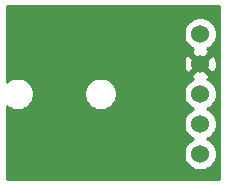
<source format=gbr>
G04 #@! TF.GenerationSoftware,KiCad,Pcbnew,(5.1.5)-3*
G04 #@! TF.CreationDate,2020-12-21T12:39:58+01:00*
G04 #@! TF.ProjectId,epimetheus_tsl2561,6570696d-6574-4686-9575-735f74736c32,rev?*
G04 #@! TF.SameCoordinates,Original*
G04 #@! TF.FileFunction,Copper,L2,Bot*
G04 #@! TF.FilePolarity,Positive*
%FSLAX46Y46*%
G04 Gerber Fmt 4.6, Leading zero omitted, Abs format (unit mm)*
G04 Created by KiCad (PCBNEW (5.1.5)-3) date 2020-12-21 12:39:58*
%MOMM*%
%LPD*%
G04 APERTURE LIST*
%ADD10C,1.524000*%
%ADD11C,0.254000*%
G04 APERTURE END LIST*
D10*
X178816000Y-25908000D03*
X178816000Y-28448000D03*
X178816000Y-30988000D03*
X178816000Y-33528000D03*
X178816000Y-36068000D03*
D11*
G36*
X180442000Y-38202000D02*
G01*
X162458000Y-38202000D01*
X162458000Y-32031685D01*
X162490114Y-32063799D01*
X162716957Y-32215371D01*
X162969011Y-32319775D01*
X163236589Y-32373000D01*
X163509411Y-32373000D01*
X163776989Y-32319775D01*
X164029043Y-32215371D01*
X164255886Y-32063799D01*
X164448799Y-31870886D01*
X164600371Y-31644043D01*
X164704775Y-31391989D01*
X164758000Y-31124411D01*
X164758000Y-30851589D01*
X168988000Y-30851589D01*
X168988000Y-31124411D01*
X169041225Y-31391989D01*
X169145629Y-31644043D01*
X169297201Y-31870886D01*
X169490114Y-32063799D01*
X169716957Y-32215371D01*
X169969011Y-32319775D01*
X170236589Y-32373000D01*
X170509411Y-32373000D01*
X170776989Y-32319775D01*
X171029043Y-32215371D01*
X171255886Y-32063799D01*
X171448799Y-31870886D01*
X171600371Y-31644043D01*
X171704775Y-31391989D01*
X171758000Y-31124411D01*
X171758000Y-30851589D01*
X171757766Y-30850408D01*
X177419000Y-30850408D01*
X177419000Y-31125592D01*
X177472686Y-31395490D01*
X177577995Y-31649727D01*
X177730880Y-31878535D01*
X177925465Y-32073120D01*
X178154273Y-32226005D01*
X178231515Y-32258000D01*
X178154273Y-32289995D01*
X177925465Y-32442880D01*
X177730880Y-32637465D01*
X177577995Y-32866273D01*
X177472686Y-33120510D01*
X177419000Y-33390408D01*
X177419000Y-33665592D01*
X177472686Y-33935490D01*
X177577995Y-34189727D01*
X177730880Y-34418535D01*
X177925465Y-34613120D01*
X178154273Y-34766005D01*
X178231515Y-34798000D01*
X178154273Y-34829995D01*
X177925465Y-34982880D01*
X177730880Y-35177465D01*
X177577995Y-35406273D01*
X177472686Y-35660510D01*
X177419000Y-35930408D01*
X177419000Y-36205592D01*
X177472686Y-36475490D01*
X177577995Y-36729727D01*
X177730880Y-36958535D01*
X177925465Y-37153120D01*
X178154273Y-37306005D01*
X178408510Y-37411314D01*
X178678408Y-37465000D01*
X178953592Y-37465000D01*
X179223490Y-37411314D01*
X179477727Y-37306005D01*
X179706535Y-37153120D01*
X179901120Y-36958535D01*
X180054005Y-36729727D01*
X180159314Y-36475490D01*
X180213000Y-36205592D01*
X180213000Y-35930408D01*
X180159314Y-35660510D01*
X180054005Y-35406273D01*
X179901120Y-35177465D01*
X179706535Y-34982880D01*
X179477727Y-34829995D01*
X179400485Y-34798000D01*
X179477727Y-34766005D01*
X179706535Y-34613120D01*
X179901120Y-34418535D01*
X180054005Y-34189727D01*
X180159314Y-33935490D01*
X180213000Y-33665592D01*
X180213000Y-33390408D01*
X180159314Y-33120510D01*
X180054005Y-32866273D01*
X179901120Y-32637465D01*
X179706535Y-32442880D01*
X179477727Y-32289995D01*
X179400485Y-32258000D01*
X179477727Y-32226005D01*
X179706535Y-32073120D01*
X179901120Y-31878535D01*
X180054005Y-31649727D01*
X180159314Y-31395490D01*
X180213000Y-31125592D01*
X180213000Y-30850408D01*
X180159314Y-30580510D01*
X180054005Y-30326273D01*
X179901120Y-30097465D01*
X179706535Y-29902880D01*
X179477727Y-29749995D01*
X179406057Y-29720308D01*
X179419023Y-29715636D01*
X179534980Y-29653656D01*
X179601960Y-29413565D01*
X178816000Y-28627605D01*
X178030040Y-29413565D01*
X178097020Y-29653656D01*
X178232760Y-29717485D01*
X178154273Y-29749995D01*
X177925465Y-29902880D01*
X177730880Y-30097465D01*
X177577995Y-30326273D01*
X177472686Y-30580510D01*
X177419000Y-30850408D01*
X171757766Y-30850408D01*
X171704775Y-30584011D01*
X171600371Y-30331957D01*
X171448799Y-30105114D01*
X171255886Y-29912201D01*
X171029043Y-29760629D01*
X170776989Y-29656225D01*
X170509411Y-29603000D01*
X170236589Y-29603000D01*
X169969011Y-29656225D01*
X169716957Y-29760629D01*
X169490114Y-29912201D01*
X169297201Y-30105114D01*
X169145629Y-30331957D01*
X169041225Y-30584011D01*
X168988000Y-30851589D01*
X164758000Y-30851589D01*
X164704775Y-30584011D01*
X164600371Y-30331957D01*
X164448799Y-30105114D01*
X164255886Y-29912201D01*
X164029043Y-29760629D01*
X163776989Y-29656225D01*
X163509411Y-29603000D01*
X163236589Y-29603000D01*
X162969011Y-29656225D01*
X162716957Y-29760629D01*
X162490114Y-29912201D01*
X162458000Y-29944315D01*
X162458000Y-28520017D01*
X177414090Y-28520017D01*
X177455078Y-28792133D01*
X177548364Y-29051023D01*
X177610344Y-29166980D01*
X177850435Y-29233960D01*
X178636395Y-28448000D01*
X178995605Y-28448000D01*
X179781565Y-29233960D01*
X180021656Y-29166980D01*
X180138756Y-28917952D01*
X180205023Y-28650865D01*
X180217910Y-28375983D01*
X180176922Y-28103867D01*
X180083636Y-27844977D01*
X180021656Y-27729020D01*
X179781565Y-27662040D01*
X178995605Y-28448000D01*
X178636395Y-28448000D01*
X177850435Y-27662040D01*
X177610344Y-27729020D01*
X177493244Y-27978048D01*
X177426977Y-28245135D01*
X177414090Y-28520017D01*
X162458000Y-28520017D01*
X162458000Y-25770408D01*
X177419000Y-25770408D01*
X177419000Y-26045592D01*
X177472686Y-26315490D01*
X177577995Y-26569727D01*
X177730880Y-26798535D01*
X177925465Y-26993120D01*
X178154273Y-27146005D01*
X178225943Y-27175692D01*
X178212977Y-27180364D01*
X178097020Y-27242344D01*
X178030040Y-27482435D01*
X178816000Y-28268395D01*
X179601960Y-27482435D01*
X179534980Y-27242344D01*
X179399240Y-27178515D01*
X179477727Y-27146005D01*
X179706535Y-26993120D01*
X179901120Y-26798535D01*
X180054005Y-26569727D01*
X180159314Y-26315490D01*
X180213000Y-26045592D01*
X180213000Y-25770408D01*
X180159314Y-25500510D01*
X180054005Y-25246273D01*
X179901120Y-25017465D01*
X179706535Y-24822880D01*
X179477727Y-24669995D01*
X179223490Y-24564686D01*
X178953592Y-24511000D01*
X178678408Y-24511000D01*
X178408510Y-24564686D01*
X178154273Y-24669995D01*
X177925465Y-24822880D01*
X177730880Y-25017465D01*
X177577995Y-25246273D01*
X177472686Y-25500510D01*
X177419000Y-25770408D01*
X162458000Y-25770408D01*
X162458000Y-23520000D01*
X180442001Y-23520000D01*
X180442000Y-38202000D01*
G37*
X180442000Y-38202000D02*
X162458000Y-38202000D01*
X162458000Y-32031685D01*
X162490114Y-32063799D01*
X162716957Y-32215371D01*
X162969011Y-32319775D01*
X163236589Y-32373000D01*
X163509411Y-32373000D01*
X163776989Y-32319775D01*
X164029043Y-32215371D01*
X164255886Y-32063799D01*
X164448799Y-31870886D01*
X164600371Y-31644043D01*
X164704775Y-31391989D01*
X164758000Y-31124411D01*
X164758000Y-30851589D01*
X168988000Y-30851589D01*
X168988000Y-31124411D01*
X169041225Y-31391989D01*
X169145629Y-31644043D01*
X169297201Y-31870886D01*
X169490114Y-32063799D01*
X169716957Y-32215371D01*
X169969011Y-32319775D01*
X170236589Y-32373000D01*
X170509411Y-32373000D01*
X170776989Y-32319775D01*
X171029043Y-32215371D01*
X171255886Y-32063799D01*
X171448799Y-31870886D01*
X171600371Y-31644043D01*
X171704775Y-31391989D01*
X171758000Y-31124411D01*
X171758000Y-30851589D01*
X171757766Y-30850408D01*
X177419000Y-30850408D01*
X177419000Y-31125592D01*
X177472686Y-31395490D01*
X177577995Y-31649727D01*
X177730880Y-31878535D01*
X177925465Y-32073120D01*
X178154273Y-32226005D01*
X178231515Y-32258000D01*
X178154273Y-32289995D01*
X177925465Y-32442880D01*
X177730880Y-32637465D01*
X177577995Y-32866273D01*
X177472686Y-33120510D01*
X177419000Y-33390408D01*
X177419000Y-33665592D01*
X177472686Y-33935490D01*
X177577995Y-34189727D01*
X177730880Y-34418535D01*
X177925465Y-34613120D01*
X178154273Y-34766005D01*
X178231515Y-34798000D01*
X178154273Y-34829995D01*
X177925465Y-34982880D01*
X177730880Y-35177465D01*
X177577995Y-35406273D01*
X177472686Y-35660510D01*
X177419000Y-35930408D01*
X177419000Y-36205592D01*
X177472686Y-36475490D01*
X177577995Y-36729727D01*
X177730880Y-36958535D01*
X177925465Y-37153120D01*
X178154273Y-37306005D01*
X178408510Y-37411314D01*
X178678408Y-37465000D01*
X178953592Y-37465000D01*
X179223490Y-37411314D01*
X179477727Y-37306005D01*
X179706535Y-37153120D01*
X179901120Y-36958535D01*
X180054005Y-36729727D01*
X180159314Y-36475490D01*
X180213000Y-36205592D01*
X180213000Y-35930408D01*
X180159314Y-35660510D01*
X180054005Y-35406273D01*
X179901120Y-35177465D01*
X179706535Y-34982880D01*
X179477727Y-34829995D01*
X179400485Y-34798000D01*
X179477727Y-34766005D01*
X179706535Y-34613120D01*
X179901120Y-34418535D01*
X180054005Y-34189727D01*
X180159314Y-33935490D01*
X180213000Y-33665592D01*
X180213000Y-33390408D01*
X180159314Y-33120510D01*
X180054005Y-32866273D01*
X179901120Y-32637465D01*
X179706535Y-32442880D01*
X179477727Y-32289995D01*
X179400485Y-32258000D01*
X179477727Y-32226005D01*
X179706535Y-32073120D01*
X179901120Y-31878535D01*
X180054005Y-31649727D01*
X180159314Y-31395490D01*
X180213000Y-31125592D01*
X180213000Y-30850408D01*
X180159314Y-30580510D01*
X180054005Y-30326273D01*
X179901120Y-30097465D01*
X179706535Y-29902880D01*
X179477727Y-29749995D01*
X179406057Y-29720308D01*
X179419023Y-29715636D01*
X179534980Y-29653656D01*
X179601960Y-29413565D01*
X178816000Y-28627605D01*
X178030040Y-29413565D01*
X178097020Y-29653656D01*
X178232760Y-29717485D01*
X178154273Y-29749995D01*
X177925465Y-29902880D01*
X177730880Y-30097465D01*
X177577995Y-30326273D01*
X177472686Y-30580510D01*
X177419000Y-30850408D01*
X171757766Y-30850408D01*
X171704775Y-30584011D01*
X171600371Y-30331957D01*
X171448799Y-30105114D01*
X171255886Y-29912201D01*
X171029043Y-29760629D01*
X170776989Y-29656225D01*
X170509411Y-29603000D01*
X170236589Y-29603000D01*
X169969011Y-29656225D01*
X169716957Y-29760629D01*
X169490114Y-29912201D01*
X169297201Y-30105114D01*
X169145629Y-30331957D01*
X169041225Y-30584011D01*
X168988000Y-30851589D01*
X164758000Y-30851589D01*
X164704775Y-30584011D01*
X164600371Y-30331957D01*
X164448799Y-30105114D01*
X164255886Y-29912201D01*
X164029043Y-29760629D01*
X163776989Y-29656225D01*
X163509411Y-29603000D01*
X163236589Y-29603000D01*
X162969011Y-29656225D01*
X162716957Y-29760629D01*
X162490114Y-29912201D01*
X162458000Y-29944315D01*
X162458000Y-28520017D01*
X177414090Y-28520017D01*
X177455078Y-28792133D01*
X177548364Y-29051023D01*
X177610344Y-29166980D01*
X177850435Y-29233960D01*
X178636395Y-28448000D01*
X178995605Y-28448000D01*
X179781565Y-29233960D01*
X180021656Y-29166980D01*
X180138756Y-28917952D01*
X180205023Y-28650865D01*
X180217910Y-28375983D01*
X180176922Y-28103867D01*
X180083636Y-27844977D01*
X180021656Y-27729020D01*
X179781565Y-27662040D01*
X178995605Y-28448000D01*
X178636395Y-28448000D01*
X177850435Y-27662040D01*
X177610344Y-27729020D01*
X177493244Y-27978048D01*
X177426977Y-28245135D01*
X177414090Y-28520017D01*
X162458000Y-28520017D01*
X162458000Y-25770408D01*
X177419000Y-25770408D01*
X177419000Y-26045592D01*
X177472686Y-26315490D01*
X177577995Y-26569727D01*
X177730880Y-26798535D01*
X177925465Y-26993120D01*
X178154273Y-27146005D01*
X178225943Y-27175692D01*
X178212977Y-27180364D01*
X178097020Y-27242344D01*
X178030040Y-27482435D01*
X178816000Y-28268395D01*
X179601960Y-27482435D01*
X179534980Y-27242344D01*
X179399240Y-27178515D01*
X179477727Y-27146005D01*
X179706535Y-26993120D01*
X179901120Y-26798535D01*
X180054005Y-26569727D01*
X180159314Y-26315490D01*
X180213000Y-26045592D01*
X180213000Y-25770408D01*
X180159314Y-25500510D01*
X180054005Y-25246273D01*
X179901120Y-25017465D01*
X179706535Y-24822880D01*
X179477727Y-24669995D01*
X179223490Y-24564686D01*
X178953592Y-24511000D01*
X178678408Y-24511000D01*
X178408510Y-24564686D01*
X178154273Y-24669995D01*
X177925465Y-24822880D01*
X177730880Y-25017465D01*
X177577995Y-25246273D01*
X177472686Y-25500510D01*
X177419000Y-25770408D01*
X162458000Y-25770408D01*
X162458000Y-23520000D01*
X180442001Y-23520000D01*
X180442000Y-38202000D01*
M02*

</source>
